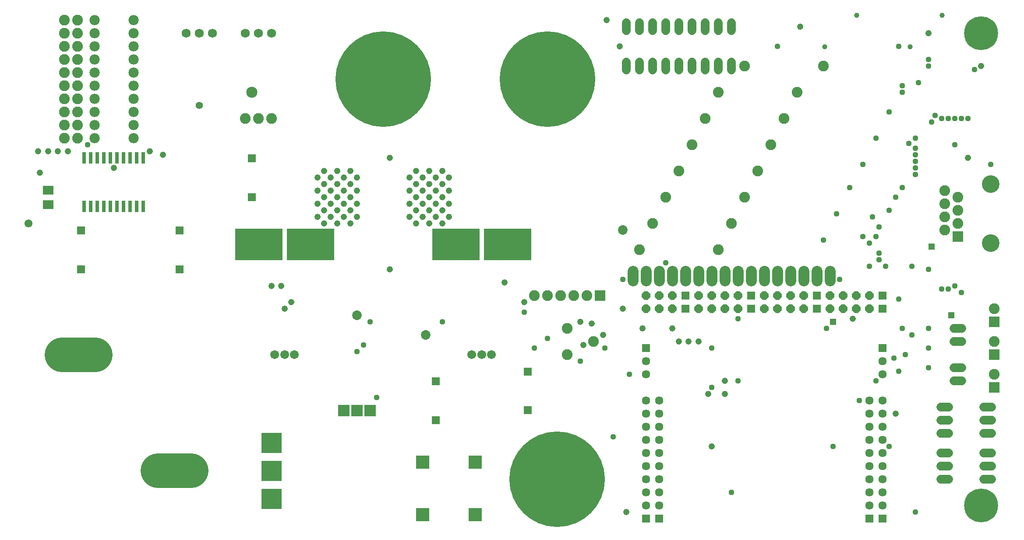
<source format=gbs>
G75*
%MOIN*%
%OFA0B0*%
%FSLAX24Y24*%
%IPPOS*%
%LPD*%
%AMOC8*
5,1,8,0,0,1.08239X$1,22.5*
%
%ADD10C,0.2580*%
%ADD11C,0.0674*%
%ADD12C,0.0820*%
%ADD13C,0.0671*%
%ADD14R,0.3623X0.2442*%
%ADD15C,0.0477*%
%ADD16C,0.7280*%
%ADD17C,0.2620*%
%ADD18R,0.0595X0.0595*%
%ADD19R,0.1580X0.1580*%
%ADD20R,0.0907X0.0907*%
%ADD21R,0.0820X0.0820*%
%ADD22C,0.0680*%
%ADD23R,0.0316X0.0867*%
%ADD24C,0.0780*%
%ADD25R,0.0789X0.0710*%
%ADD26C,0.0395*%
%ADD27R,0.0634X0.0634*%
%ADD28OC8,0.0634*%
%ADD29C,0.0634*%
%ADD30C,0.0820*%
%ADD31C,0.1340*%
%ADD32R,0.1025X0.1025*%
%ADD33C,0.0437*%
%ADD34C,0.0611*%
%ADD35C,0.0730*%
%ADD36C,0.0476*%
%ADD37C,0.0848*%
%ADD38C,0.0555*%
%ADD39R,0.0476X0.0476*%
D10*
X073100Y022125D03*
X073100Y058125D03*
D11*
X054100Y058328D02*
X054100Y058922D01*
X053100Y058922D02*
X053100Y058328D01*
X052100Y058328D02*
X052100Y058922D01*
X051100Y058922D02*
X051100Y058328D01*
X050100Y058328D02*
X050100Y058922D01*
X049100Y058922D02*
X049100Y058328D01*
X048100Y058328D02*
X048100Y058922D01*
X047100Y058922D02*
X047100Y058328D01*
X046100Y058328D02*
X046100Y058922D01*
X046100Y055922D02*
X046100Y055328D01*
X047100Y055328D02*
X047100Y055922D01*
X048100Y055922D02*
X048100Y055328D01*
X049100Y055328D02*
X049100Y055922D01*
X050100Y055922D02*
X050100Y055328D01*
X051100Y055328D02*
X051100Y055922D01*
X052100Y055922D02*
X052100Y055328D01*
X053100Y055328D02*
X053100Y055922D01*
X054100Y055922D02*
X054100Y055328D01*
X071053Y035625D02*
X071647Y035625D01*
X071647Y034625D02*
X071053Y034625D01*
X071053Y032625D02*
X071647Y032625D01*
X071647Y031625D02*
X071053Y031625D01*
X070647Y029625D02*
X070053Y029625D01*
X070053Y028625D02*
X070647Y028625D01*
X070647Y027625D02*
X070053Y027625D01*
X070053Y026125D02*
X070647Y026125D01*
X070647Y025125D02*
X070053Y025125D01*
X070053Y024125D02*
X070647Y024125D01*
X073303Y024125D02*
X073897Y024125D01*
X073897Y025125D02*
X073303Y025125D01*
X073303Y026125D02*
X073897Y026125D01*
X073897Y027625D02*
X073303Y027625D01*
X073303Y028625D02*
X073897Y028625D01*
X073897Y029625D02*
X073303Y029625D01*
D12*
X074100Y032125D03*
X074100Y034625D03*
X074100Y037125D03*
X071350Y043625D03*
X071350Y044625D03*
X071350Y045625D03*
X070350Y045125D03*
X070350Y046125D03*
X070350Y044125D03*
X070350Y043125D03*
X058100Y051625D03*
X057100Y049625D03*
X056100Y047625D03*
X055100Y045625D03*
X054100Y043625D03*
X053100Y041625D03*
X048100Y043625D03*
X047100Y041625D03*
X043100Y038125D03*
X042100Y038125D03*
X041100Y038125D03*
X040100Y038125D03*
X039100Y038125D03*
X041600Y035625D03*
X043600Y034625D03*
X041600Y033625D03*
X049100Y045625D03*
X050100Y047625D03*
X051100Y049625D03*
X052100Y051625D03*
X053100Y053625D03*
X055100Y055625D03*
X059100Y053625D03*
X061100Y055625D03*
X019100Y051625D03*
X018100Y051625D03*
X017100Y051625D03*
X004350Y051125D03*
X004350Y050125D03*
X003350Y050125D03*
X003350Y051125D03*
X003350Y052125D03*
X003350Y053125D03*
X004350Y053125D03*
X004350Y052125D03*
X004350Y054125D03*
X004350Y055125D03*
X003350Y055125D03*
X003350Y054125D03*
X003350Y056125D03*
X003350Y057125D03*
X004350Y057125D03*
X004350Y056125D03*
X004350Y058125D03*
X003350Y058125D03*
X003350Y059125D03*
X004350Y059125D03*
D13*
X019348Y033625D03*
X020100Y033625D03*
X020852Y033625D03*
X034348Y033625D03*
X035100Y033625D03*
X035852Y033625D03*
D14*
X037069Y042050D03*
X033131Y042050D03*
X022069Y042050D03*
X018131Y042050D03*
D15*
X017868Y041263D03*
X017344Y041263D03*
X016872Y041420D03*
X016596Y041775D03*
X016596Y042326D03*
X016872Y042680D03*
X017344Y042838D03*
X017868Y042838D03*
X018395Y042838D03*
X018919Y042838D03*
X019391Y042680D03*
X019667Y042326D03*
X019667Y041775D03*
X019391Y041420D03*
X018919Y041263D03*
X018395Y041263D03*
X020533Y041775D03*
X020809Y041420D03*
X021281Y041263D03*
X021805Y041263D03*
X022332Y041263D03*
X022856Y041263D03*
X023328Y041420D03*
X023604Y041775D03*
X023604Y042326D03*
X023328Y042680D03*
X022856Y042838D03*
X022332Y042838D03*
X021805Y042838D03*
X021281Y042838D03*
X020809Y042680D03*
X020533Y042326D03*
X031596Y042326D03*
X031872Y042680D03*
X032344Y042838D03*
X032868Y042838D03*
X033395Y042838D03*
X033919Y042838D03*
X034391Y042680D03*
X034667Y042326D03*
X034667Y041775D03*
X034391Y041420D03*
X033919Y041263D03*
X033395Y041263D03*
X032868Y041263D03*
X032344Y041263D03*
X031872Y041420D03*
X031596Y041775D03*
X035533Y041775D03*
X035809Y041420D03*
X036281Y041263D03*
X036805Y041263D03*
X037332Y041263D03*
X037856Y041263D03*
X038328Y041420D03*
X038604Y041775D03*
X038604Y042326D03*
X038328Y042680D03*
X037856Y042838D03*
X037332Y042838D03*
X036805Y042838D03*
X036281Y042838D03*
X035809Y042680D03*
X035533Y042326D03*
D16*
X040100Y054625D03*
X027600Y054625D03*
X040850Y024125D03*
D17*
X012964Y024790D02*
X010424Y024790D01*
X005681Y033649D02*
X003141Y033649D01*
D18*
X004600Y040149D03*
X004600Y043101D03*
X012100Y043101D03*
X012100Y040149D03*
X017600Y045649D03*
X017600Y048601D03*
X031600Y031601D03*
X031600Y028649D03*
X038600Y029399D03*
X038600Y032351D03*
D19*
X019100Y022625D03*
X019100Y024771D03*
X019100Y026916D03*
D20*
X024600Y029361D03*
X025600Y029361D03*
X026600Y029361D03*
D21*
X044100Y038125D03*
X071350Y042625D03*
X074100Y036125D03*
X074100Y033625D03*
X074100Y031125D03*
D22*
X019100Y058125D03*
X018100Y058125D03*
X017100Y058125D03*
X014600Y058125D03*
X013600Y058125D03*
X012600Y058125D03*
D23*
X009350Y048625D03*
X008850Y048625D03*
X008350Y048625D03*
X007850Y048625D03*
X007350Y048625D03*
X006850Y048625D03*
X006350Y048625D03*
X005850Y048625D03*
X005350Y048625D03*
X004850Y048625D03*
X004850Y044924D03*
X005350Y044924D03*
X005850Y044924D03*
X006350Y044924D03*
X006850Y044924D03*
X007350Y044924D03*
X007850Y044924D03*
X008350Y044924D03*
X008850Y044924D03*
X009350Y044924D03*
D24*
X008600Y050125D03*
X008600Y051125D03*
X008600Y052125D03*
X008600Y053125D03*
X008600Y054125D03*
X008600Y055125D03*
X008600Y056125D03*
X008600Y057125D03*
X008600Y058125D03*
X008600Y059125D03*
X005647Y059125D03*
X005647Y058125D03*
X005647Y057125D03*
X005647Y056125D03*
X005647Y055125D03*
X005647Y054125D03*
X005647Y053125D03*
X005647Y052125D03*
X005647Y051125D03*
X005647Y050125D03*
D25*
X002100Y046176D03*
X002100Y045074D03*
D26*
X061214Y057090D03*
X063635Y059511D03*
X067714Y057090D03*
X070135Y059511D03*
D27*
X065600Y038125D03*
X065600Y037125D03*
X065600Y034125D03*
X060600Y037125D03*
X060600Y038125D03*
X055600Y038125D03*
X055600Y037125D03*
X050600Y037125D03*
X050600Y038125D03*
X047600Y034125D03*
X047600Y021125D03*
X048600Y021125D03*
X064600Y021125D03*
X065600Y021125D03*
D28*
X064600Y037125D03*
X063600Y037125D03*
X062600Y037125D03*
X062600Y038125D03*
X063600Y038125D03*
X064600Y038125D03*
X061600Y038125D03*
X061600Y037125D03*
X059600Y037125D03*
X059600Y038125D03*
X058600Y038125D03*
X057600Y038125D03*
X056600Y038125D03*
X056600Y037125D03*
X057600Y037125D03*
X058600Y037125D03*
X054600Y037125D03*
X053600Y037125D03*
X052600Y037125D03*
X052600Y038125D03*
X053600Y038125D03*
X054600Y038125D03*
X051600Y038125D03*
X051600Y037125D03*
X049600Y037125D03*
X048600Y037125D03*
X048600Y038125D03*
X049600Y038125D03*
X047600Y038125D03*
X047600Y037125D03*
D29*
X047600Y033125D03*
X047600Y032125D03*
X047600Y030125D03*
X047600Y029125D03*
X047600Y028125D03*
X047600Y027125D03*
X047600Y026125D03*
X047600Y025125D03*
X047600Y024125D03*
X047600Y023125D03*
X047600Y022125D03*
X048600Y022125D03*
X048600Y023125D03*
X048600Y024125D03*
X048600Y025125D03*
X048600Y026125D03*
X048600Y027125D03*
X048600Y028125D03*
X048600Y029125D03*
X048600Y030125D03*
X064600Y030125D03*
X064600Y029125D03*
X065600Y029125D03*
X065600Y030125D03*
X065600Y028125D03*
X065600Y027125D03*
X064600Y027125D03*
X064600Y028125D03*
X064600Y026125D03*
X064600Y025125D03*
X065600Y025125D03*
X065600Y026125D03*
X065600Y024125D03*
X064600Y024125D03*
X064600Y023125D03*
X064600Y022125D03*
X065600Y022125D03*
X065600Y023125D03*
X065600Y032125D03*
X065600Y033125D03*
D30*
X061600Y039255D02*
X061600Y039995D01*
X060600Y039995D02*
X060600Y039255D01*
X059600Y039255D02*
X059600Y039995D01*
X058600Y039995D02*
X058600Y039255D01*
X057600Y039255D02*
X057600Y039995D01*
X056600Y039995D02*
X056600Y039255D01*
X055600Y039255D02*
X055600Y039995D01*
X054600Y039995D02*
X054600Y039255D01*
X053600Y039255D02*
X053600Y039995D01*
X052600Y039995D02*
X052600Y039255D01*
X051600Y039255D02*
X051600Y039995D01*
X050600Y039995D02*
X050600Y039255D01*
X049600Y039255D02*
X049600Y039995D01*
X048600Y039995D02*
X048600Y039255D01*
X047600Y039255D02*
X047600Y039995D01*
X046600Y039995D02*
X046600Y039255D01*
D31*
X073850Y042125D03*
X073850Y046625D03*
D32*
X034600Y025424D03*
X030600Y025424D03*
X030600Y021424D03*
X034600Y021424D03*
D33*
X045100Y027375D03*
X046350Y032125D03*
X044475Y034125D03*
X042600Y033125D03*
X040100Y034875D03*
X039100Y034125D03*
X038350Y036875D03*
X032100Y036125D03*
X026600Y036125D03*
X026100Y034375D03*
X025600Y033875D03*
X027100Y030375D03*
X045850Y039375D03*
X049100Y040625D03*
X054600Y036375D03*
X052600Y034125D03*
X054600Y031625D03*
X052600Y031125D03*
X061350Y035625D03*
X062350Y039375D03*
X064600Y040375D03*
X065350Y040875D03*
X065350Y041375D03*
X064600Y042125D03*
X064100Y042625D03*
X065100Y042625D03*
X065350Y043375D03*
X064850Y044125D03*
X066100Y044625D03*
X066600Y045625D03*
X067100Y046375D03*
X068100Y047375D03*
X068100Y047875D03*
X068100Y048375D03*
X068100Y048875D03*
X068100Y049375D03*
X067600Y049750D03*
X068100Y050125D03*
X069350Y051375D03*
X069600Y051875D03*
X070100Y051625D03*
X070600Y051625D03*
X071100Y051625D03*
X071600Y051625D03*
X072100Y051625D03*
X071100Y049625D03*
X073850Y048125D03*
X067100Y053625D03*
X067100Y054125D03*
X068350Y054375D03*
X069100Y055625D03*
X069100Y056125D03*
X066850Y057125D03*
X066100Y052125D03*
X065100Y050125D03*
X064100Y048125D03*
X063100Y046375D03*
X062100Y044375D03*
X061100Y042375D03*
X065850Y040375D03*
X067850Y040375D03*
X069100Y040125D03*
X070100Y038625D03*
X070600Y038625D03*
X071100Y038875D03*
X071600Y038375D03*
X069100Y035625D03*
X067850Y035125D03*
X067100Y035625D03*
X067350Y033625D03*
X066475Y033375D03*
X066850Y032375D03*
X065100Y031625D03*
X063850Y030125D03*
X061850Y026625D03*
X066100Y026625D03*
X068100Y021625D03*
X069100Y032625D03*
X069100Y034125D03*
X066850Y037875D03*
X054100Y023125D03*
X072600Y055375D03*
X057600Y057125D03*
X005100Y049625D03*
D34*
X000600Y043625D03*
D35*
X025600Y036625D03*
X030850Y035125D03*
X045850Y043125D03*
D36*
X038350Y037625D03*
X036850Y039125D03*
X042600Y036125D03*
X043475Y036000D03*
X044350Y035125D03*
X042850Y034375D03*
X045850Y037125D03*
X047350Y035625D03*
X049600Y035625D03*
X050100Y034625D03*
X050850Y034625D03*
X051600Y034625D03*
X053600Y031625D03*
X053600Y030625D03*
X052350Y030625D03*
X052600Y026625D03*
X046100Y021625D03*
X063350Y036375D03*
X066600Y029125D03*
X072100Y048625D03*
X073100Y055625D03*
X069100Y058125D03*
X059350Y058625D03*
X045600Y057125D03*
X044600Y059125D03*
X032100Y047625D03*
X031600Y047125D03*
X031100Y046625D03*
X030600Y046125D03*
X031100Y045625D03*
X030600Y045125D03*
X030100Y044625D03*
X029600Y044125D03*
X030100Y043625D03*
X030600Y044125D03*
X031100Y043625D03*
X031600Y044125D03*
X031100Y044625D03*
X031600Y045125D03*
X032100Y044625D03*
X032600Y044125D03*
X032100Y043625D03*
X032600Y045125D03*
X032100Y045625D03*
X032600Y046125D03*
X032100Y046625D03*
X031600Y046125D03*
X030600Y047125D03*
X030100Y046625D03*
X029600Y046125D03*
X030100Y045625D03*
X029600Y045125D03*
X029600Y047125D03*
X030100Y047625D03*
X031100Y047625D03*
X032600Y047125D03*
X028100Y048625D03*
X025600Y047125D03*
X025100Y046625D03*
X024600Y046125D03*
X024100Y046625D03*
X023600Y046125D03*
X024100Y045625D03*
X023600Y045125D03*
X023100Y044625D03*
X022600Y044125D03*
X023100Y043625D03*
X023600Y044125D03*
X024100Y043625D03*
X024600Y044125D03*
X024100Y044625D03*
X024600Y045125D03*
X025100Y044625D03*
X025600Y044125D03*
X025100Y043625D03*
X025600Y045125D03*
X025100Y045625D03*
X025600Y046125D03*
X024600Y047125D03*
X024100Y047625D03*
X023600Y047125D03*
X023100Y046625D03*
X022600Y046125D03*
X023100Y045625D03*
X022600Y045125D03*
X022600Y047125D03*
X023100Y047625D03*
X025100Y047625D03*
X028100Y040125D03*
X020600Y037625D03*
X020100Y037125D03*
X019850Y038875D03*
X019100Y038875D03*
X007100Y047875D03*
X009850Y049125D03*
X010850Y048875D03*
X003600Y049125D03*
X002850Y049125D03*
X002100Y049125D03*
X001350Y049125D03*
X001475Y047500D03*
D37*
X017600Y053625D03*
D38*
X013600Y052625D03*
D39*
X061850Y036125D03*
X069350Y041875D03*
X070850Y036625D03*
M02*

</source>
